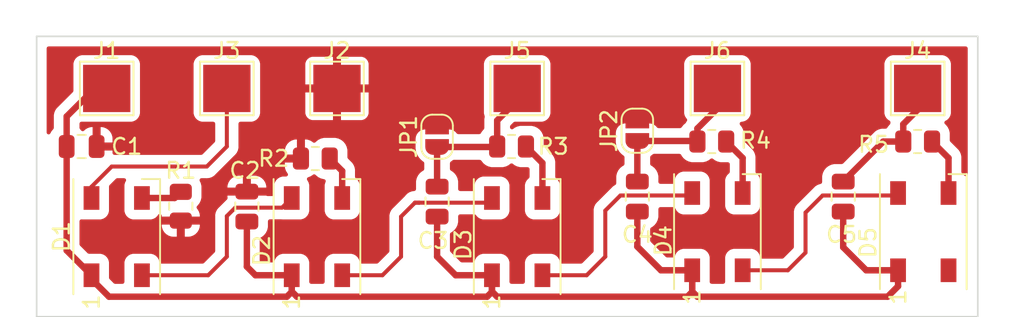
<source format=kicad_pcb>
(kicad_pcb (version 20211014) (generator pcbnew)
  (layers (0 "F.Cu" signal) (31 "B.Cu" signal) (34 "B.Paste" user) (35 "F.Paste" user) (36 "B.SilkS" user "B.Silkscreen") (37 "F.SilkS" user "F.Silkscreen") (38 "B.Mask" user) (39 "F.Mask" user) (44 "Edge.Cuts" user))
  (net 0 "")
  (net 1 "+5V")
  (net 2 "GND")
  (net 3 "Net-(C3-Pad2)")
  (net 4 "Net-(C4-Pad2)")
  (net 5 "Net-(C5-Pad2)")
  (net 6 "Net-(D1-Pad2)")
  (net 7 "Net-(D1-Pad3)")
  (net 8 "Net-(D1-Pad4)")
  (net 9 "Net-(D2-Pad2)")
  (net 10 "Net-(D2-Pad3)")
  (net 11 "Net-(D3-Pad2)")
  (net 12 "Net-(D3-Pad3)")
  (net 13 "Net-(D4-Pad2)")
  (net 14 "Net-(D4-Pad3)")
  (net 16 "Net-(D5-Pad3)")
  (footprint "Resistor_SMD:R_0805_2012Metric" (layer "F.Cu") (at 85.344 36.1715 -90)
    (fp_text reference "R1" (at -2.2625 0 180) (layer "F.SilkS"))
    (fp_text value "300")
    (fp_line (start -0.227064 0.735) (end 0.227064 0.735) (layer "F.SilkS") (width 0.12))
    (fp_line (start -0.227064 -0.735) (end 0.227064 -0.735) (layer "F.SilkS") (width 0.12))
    (pad "1" smd roundrect (at -0.9125 0 270) (size 1.025 1.4) (layers "F.Cu" "F.Paste" "F.Mask") (roundrect_rratio 0.243902439) (net 7 "Net-(D1-Pad3)"))
    (pad "2" smd roundrect (at 0.9125 0 270) (size 1.025 1.4) (layers "F.Cu" "F.Paste" "F.Mask") (roundrect_rratio 0.243902439) (net 2 "GND"))
  )
  (footprint "Capacitor_SMD:C_0805_2012Metric" (layer "F.Cu") (at 79.055 32.385)
    (fp_text reference "C1" (at 2.86 0) (layer "F.SilkS"))
    (fp_text value "100n")
    (fp_line (start -0.261252 -0.735) (end 0.261252 -0.735) (layer "F.SilkS") (width 0.12))
    (fp_line (start -0.261252 0.735) (end 0.261252 0.735) (layer "F.SilkS") (width 0.12))
    (pad "1" smd roundrect (at -0.95 0) (size 1 1.45) (layers "F.Cu" "F.Paste" "F.Mask") (net 1 "+5V"))
    (pad "2" smd roundrect (at 0.95 0) (size 1 1.45) (layers "F.Cu" "F.Paste" "F.Mask") (net 2 "GND"))
  )
  (footprint "TestPoint:TestPoint_Pad_3.0x3.0mm" (layer "F.Cu") (at 106.68 28.702)
    (fp_text reference "J5" (at 0 -2.398) (layer "F.SilkS"))
    (fp_text value "Conn_01x01_Male")
    (fp_line (start -1.7 -1.7) (end 1.7 -1.7) (layer "F.SilkS") (width 0.12))
    (fp_line (start -1.7 1.7) (end -1.7 -1.7) (layer "F.SilkS") (width 0.12))
    (fp_line (start 1.7 1.7) (end -1.7 1.7) (layer "F.SilkS") (width 0.12))
    (fp_line (start 1.7 -1.7) (end 1.7 1.7) (layer "F.SilkS") (width 0.12))
    (pad "1" smd rect (at 0 0) (size 3 3) (layers "F.Cu" "F.Mask") (net 3 "Net-(C3-Pad2)"))
  )
  (footprint "TestPoint:TestPoint_Pad_3.0x3.0mm" (layer "F.Cu") (at 88.265 28.702)
    (fp_text reference "J3" (at 0 -2.398) (layer "F.SilkS"))
    (fp_text value "Conn_01x01_Male")
    (fp_line (start -1.7 1.7) (end -1.7 -1.7) (layer "F.SilkS") (width 0.12))
    (fp_line (start 1.7 -1.7) (end 1.7 1.7) (layer "F.SilkS") (width 0.12))
    (fp_line (start 1.7 1.7) (end -1.7 1.7) (layer "F.SilkS") (width 0.12))
    (fp_line (start -1.7 -1.7) (end 1.7 -1.7) (layer "F.SilkS") (width 0.12))
    (pad "1" smd rect (at 0 0) (size 3 3) (layers "F.Cu" "F.Mask") (net 8 "Net-(D1-Pad4)"))
  )
  (footprint "Capacitor_SMD:C_0805_2012Metric" (layer "F.Cu") (at 127.3575 35.56 90)
    (fp_text reference "C5" (at -2.413 -0.1035 180) (layer "F.SilkS"))
    (fp_text value "100n")
    (fp_line (start -0.261252 0.735) (end 0.261252 0.735) (layer "F.SilkS") (width 0.12))
    (fp_line (start -0.261252 -0.735) (end 0.261252 -0.735) (layer "F.SilkS") (width 0.12))
    (pad "1" smd roundrect (at -0.95 0 90) (size 1 1.45) (layers "F.Cu" "F.Paste" "F.Mask") (net 1 "+5V"))
    (pad "2" smd roundrect (at 0.95 0 90) (size 1 1.45) (layers "F.Cu" "F.Paste" "F.Mask") (net 5 "Net-(C5-Pad2)"))
  )
  (footprint "Jumper:SolderJumper-2_P1.3mm_Open_RoundedPad1.0x1.5mm" (layer "F.Cu") (at 114.3 31.384 90)
    (fp_text reference "JP2" (at 0 -1.8 90) (layer "F.SilkS"))
    (fp_text value "SolderJumper_2_Open")
    (fp_line (start 0.7 1) (end -0.7 1) (layer "F.SilkS") (width 0.12))
    (fp_line (start 1.4 -0.3) (end 1.4 0.3) (layer "F.SilkS") (width 0.12))
    (fp_line (start -0.7 -1) (end 0.7 -1) (layer "F.SilkS") (width 0.12))
    (fp_line (start -1.4 0.3) (end -1.4 -0.3) (layer "F.SilkS") (width 0.12))
    (fp_arc (start -0.7 1) (mid -1.194975 0.794975) (end -1.4 0.3) (layer "F.SilkS") (width 0.12))
    (fp_arc (start 1.4 0.3) (mid 1.194975 0.794975) (end 0.7 1) (layer "F.SilkS") (width 0.12))
    (fp_arc (start -1.4 -0.3) (mid -1.194975 -0.794975) (end -0.7 -1) (layer "F.SilkS") (width 0.12))
    (fp_arc (start 0.7 -1) (mid 1.194975 -0.794975) (end 1.4 -0.3) (layer "F.SilkS") (width 0.12))
    (pad "1" smd custom (at -0.65 0 90) (size 1 0.5) (layers "F.Cu" "F.Mask") (net 4 "Net-(C4-Pad2)") (options (clearance outline) (anchor rect)) (primitives (gr_circle (center 0 0.25) (end 0.5 0.25) (width 0) (fill yes)) (gr_circle (center 0 -0.25) (end 0.5 -0.25) (width 0) (fill yes)) (gr_poly (pts (xy 0.5 0.75) (xy 0 0.75) (xy 0 -0.75) (xy 0.5 -0.75)) (width 0) (fill yes))))
    (pad "2" smd custom (at 0.65 0 90) (size 1 0.5) (layers "F.Cu" "F.Mask") (net 2 "GND") (options (clearance outline) (anchor rect)) (primitives (gr_circle (center 0 0.25) (end 0.5 0.25) (width 0) (fill yes)) (gr_circle (center 0 -0.25) (end 0.5 -0.25) (width 0) (fill yes)) (gr_poly (pts (xy 0 0.75) (xy -0.5 0.75) (xy -0.5 -0.75) (xy 0 -0.75)) (width 0) (fill yes))))
  )
  (footprint "Resistor_SMD:R_0805_2012Metric" (layer "F.Cu") (at 119.0225 32.07 180)
    (fp_text reference "R4" (at -2.7705 0.066) (layer "F.SilkS"))
    (fp_text value "300")
    (fp_line (start -0.227064 0.735) (end 0.227064 0.735) (layer "F.SilkS") (width 0.12))
    (fp_line (start -0.227064 -0.735) (end 0.227064 -0.735) (layer "F.SilkS") (width 0.12))
    (pad "1" smd roundrect (at -0.9125 0 180) (size 1.025 1.4) (layers "F.Cu" "F.Paste" "F.Mask") (roundrect_rratio 0.243902439) (net 14 "Net-(D4-Pad3)"))
    (pad "2" smd roundrect (at 0.9125 0 180) (size 1.025 1.4) (layers "F.Cu" "F.Paste" "F.Mask") (roundrect_rratio 0.243902439) (net 4 "Net-(C4-Pad2)"))
  )
  (footprint "TestPoint:TestPoint_Pad_3.0x3.0mm" (layer "F.Cu") (at 80.645 28.702)
    (fp_text reference "J1" (at 0 -2.398) (layer "F.SilkS"))
    (fp_text value "Conn_01x01_Male")
    (fp_line (start 1.7 1.7) (end -1.7 1.7) (layer "F.SilkS") (width 0.12))
    (fp_line (start 1.7 -1.7) (end 1.7 1.7) (layer "F.SilkS") (width 0.12))
    (fp_line (start -1.7 1.7) (end -1.7 -1.7) (layer "F.SilkS") (width 0.12))
    (fp_line (start -1.7 -1.7) (end 1.7 -1.7) (layer "F.SilkS") (width 0.12))
    (pad "1" smd rect (at 0 0) (size 3 3) (layers "F.Cu" "F.Mask") (net 1 "+5V"))
  )
  (footprint "TestPoint:TestPoint_Pad_3.0x3.0mm" (layer "F.Cu") (at 119.38 28.702)
    (fp_text reference "J6" (at 0 -2.398) (layer "F.SilkS"))
    (fp_text value "Conn_01x01_Male")
    (fp_line (start 1.7 1.7) (end -1.7 1.7) (layer "F.SilkS") (width 0.12))
    (fp_line (start -1.7 -1.7) (end 1.7 -1.7) (layer "F.SilkS") (width 0.12))
    (fp_line (start -1.7 1.7) (end -1.7 -1.7) (layer "F.SilkS") (width 0.12))
    (fp_line (start 1.7 -1.7) (end 1.7 1.7) (layer "F.SilkS") (width 0.12))
    (pad "1" smd rect (at 0 0) (size 3 3) (layers "F.Cu" "F.Mask") (net 4 "Net-(C4-Pad2)"))
  )
  (footprint "LED_SMD:LED_WS2812B_PLCC4_5.0x5.0mm_P3.2mm" (layer "F.Cu") (at 119.38 37.785 90)
    (fp_text reference "D4" (at -0.569 -3.429 90) (layer "F.SilkS"))
    (fp_text value "WS2812B")
    (fp_text user "1" (at -4.15 -1.6 90) (layer "F.SilkS"))
    (fp_line (start -3.65 2.75) (end 3.65 2.75) (layer "F.SilkS") (width 0.12))
    (fp_line (start 3.65 2.75) (end 3.65 1.6) (layer "F.SilkS") (width 0.12))
    (fp_line (start -3.65 -2.75) (end 3.65 -2.75) (layer "F.SilkS") (width 0.12))
    (pad "1" smd rect (at -2.45 -1.6 90) (size 1.5 1) (layers "F.Cu" "F.Paste" "F.Mask") (net 1 "+5V"))
    (pad "2" smd rect (at -2.45 1.6 90) (size 1.5 1) (layers "F.Cu" "F.Paste" "F.Mask") (net 13 "Net-(D4-Pad2)"))
    (pad "3" smd rect (at 2.45 1.6 90) (size 1.5 1) (layers "F.Cu" "F.Paste" "F.Mask") (net 14 "Net-(D4-Pad3)"))
    (pad "4" smd rect (at 2.45 -1.6 90) (size 1.5 1) (layers "F.Cu" "F.Paste" "F.Mask") (net 11 "Net-(D3-Pad2)"))
  )
  (footprint "LED_SMD:LED_WS2812B_PLCC4_5.0x5.0mm_P3.2mm" (layer "F.Cu") (at 132.4375 37.785 90)
    (fp_text reference "D5" (at -0.696 -3.5 90) (layer "F.SilkS"))
    (fp_text value "WS2812B")
    (fp_text user "1" (at -4.15 -1.6 90) (layer "F.SilkS"))
    (fp_line (start 3.65 2.75) (end 3.65 1.6) (layer "F.SilkS") (width 0.12))
    (fp_line (start -3.65 -2.75) (end 3.65 -2.75) (layer "F.SilkS") (width 0.12))
    (fp_line (start -3.65 2.75) (end 3.65 2.75) (layer "F.SilkS") (width 0.12))
    (pad "1" smd rect (at -2.45 -1.6 90) (size 1.5 1) (layers "F.Cu" "F.Paste" "F.Mask") (net 1 "+5V"))
    (pad "2" smd rect (at -2.45 1.6 90) (size 1.5 1) (layers "F.Cu" "F.Paste" "F.Mask"))
    (pad "3" smd rect (at 2.45 1.6 90) (size 1.5 1) (layers "F.Cu" "F.Paste" "F.Mask") (net 16 "Net-(D5-Pad3)"))
    (pad "4" smd rect (at 2.45 -1.6 90) (size 1.5 1) (layers "F.Cu" "F.Paste" "F.Mask") (net 13 "Net-(D4-Pad2)"))
  )
  (footprint "Resistor_SMD:R_0805_2012Metric" (layer "F.Cu") (at 106.3225 32.385 180)
    (fp_text reference "R3" (at -2.6435 0) (layer "F.SilkS"))
    (fp_text value "300")
    (fp_line (start -0.227064 0.735) (end 0.227064 0.735) (layer "F.SilkS") (width 0.12))
    (fp_line (start -0.227064 -0.735) (end 0.227064 -0.735) (layer "F.SilkS") (width 0.12))
    (pad "1" smd roundrect (at -0.9125 0 180) (size 1.025 1.4) (layers "F.Cu" "F.Paste" "F.Mask") (roundrect_rratio 0.243902439) (net 12 "Net-(D3-Pad3)"))
    (pad "2" smd roundrect (at 0.9125 0 180) (size 1.025 1.4) (layers "F.Cu" "F.Paste" "F.Mask") (roundrect_rratio 0.243902439) (net 3 "Net-(C3-Pad2)"))
  )
  (footprint "TestPoint:TestPoint_Pad_3.0x3.0mm" (layer "F.Cu") (at 132.08 28.702)
    (fp_text reference "J4" (at 0 -2.398) (layer "F.SilkS"))
    (fp_text value "Conn_01x01_Male")
    (fp_line (start 1.7 -1.7) (end 1.7 1.7) (layer "F.SilkS") (width 0.12))
    (fp_line (start 1.7 1.7) (end -1.7 1.7) (layer "F.SilkS") (width 0.12))
    (fp_line (start -1.7 -1.7) (end 1.7 -1.7) (layer "F.SilkS") (width 0.12))
    (fp_line (start -1.7 1.7) (end -1.7 -1.7) (layer "F.SilkS") (width 0.12))
    (pad "1" smd rect (at 0 0) (size 3 3) (layers "F.Cu" "F.Mask") (net 5 "Net-(C5-Pad2)"))
  )
  (footprint "Capacitor_SMD:C_0805_2012Metric" (layer "F.Cu") (at 89.535 36.195 90)
    (fp_text reference "C2" (at 2.286 -0.127 180) (layer "F.SilkS"))
    (fp_text value "100n")
    (fp_line (start -0.261252 0.735) (end 0.261252 0.735) (layer "F.SilkS") (width 0.12))
    (fp_line (start -0.261252 -0.735) (end 0.261252 -0.735) (layer "F.SilkS") (width 0.12))
    (pad "1" smd roundrect (at -0.95 0 90) (size 1 1.45) (layers "F.Cu" "F.Paste" "F.Mask") (net 1 "+5V"))
    (pad "2" smd roundrect (at 0.95 0 90) (size 1 1.45) (layers "F.Cu" "F.Paste" "F.Mask") (net 2 "GND"))
  )
  (footprint "TestPoint:TestPoint_Pad_3.0x3.0mm" (layer "F.Cu") (at 95.25 28.702)
    (fp_text reference "J2" (at 0 -2.398) (layer "F.SilkS"))
    (fp_text value "Conn_01x01_Male")
    (fp_line (start 1.7 1.7) (end -1.7 1.7) (layer "F.SilkS") (width 0.12))
    (fp_line (start -1.7 1.7) (end -1.7 -1.7) (layer "F.SilkS") (width 0.12))
    (fp_line (start 1.7 -1.7) (end 1.7 1.7) (layer "F.SilkS") (width 0.12))
    (fp_line (start -1.7 -1.7) (end 1.7 -1.7) (layer "F.SilkS") (width 0.12))
    (pad "1" smd rect (at 0 0) (size 3 3) (layers "F.Cu" "F.Mask") (net 2 "GND"))
  )
  (footprint "LED_SMD:LED_WS2812B_PLCC4_5.0x5.0mm_P3.2mm" (layer "F.Cu") (at 81.28 38.1 90)
    (fp_text reference "D1" (at 0 -3.5 90) (layer "F.SilkS"))
    (fp_text value "WS2812B")
    (fp_text user "1" (at -4.15 -1.6 90) (layer "F.SilkS"))
    (fp_line (start -3.65 -2.75) (end 3.65 -2.75) (layer "F.SilkS") (width 0.12))
    (fp_line (start 3.65 2.75) (end 3.65 1.6) (layer "F.SilkS") (width 0.12))
    (fp_line (start -3.65 2.75) (end 3.65 2.75) (layer "F.SilkS") (width 0.12))
    (pad "1" smd rect (at -2.45 -1.6 90) (size 1.5 1) (layers "F.Cu" "F.Paste" "F.Mask") (net 1 "+5V"))
    (pad "2" smd rect (at -2.45 1.6 90) (size 1.5 1) (layers "F.Cu" "F.Paste" "F.Mask") (net 6 "Net-(D1-Pad2)"))
    (pad "3" smd rect (at 2.45 1.6 90) (size 1.5 1) (layers "F.Cu" "F.Paste" "F.Mask") (net 7 "Net-(D1-Pad3)"))
    (pad "4" smd rect (at 2.45 -1.6 90) (size 1.5 1) (layers "F.Cu" "F.Paste" "F.Mask") (net 8 "Net-(D1-Pad4)"))
  )
  (footprint "Jumper:SolderJumper-2_P1.3mm_Open_RoundedPad1.0x1.5mm" (layer "F.Cu") (at 101.6 31.765 90)
    (fp_text reference "JP1" (at 0 -1.8 90) (layer "F.SilkS"))
    (fp_text value "SolderJumper_2_Open")
    (fp_line (start 1.4 -0.3) (end 1.4 0.3) (layer "F.SilkS") (width 0.12))
    (fp_line (start -1.4 0.3) (end -1.4 -0.3) (layer "F.SilkS") (width 0.12))
    (fp_line (start -0.7 -1) (end 0.7 -1) (layer "F.SilkS") (width 0.12))
    (fp_line (start 0.7 1) (end -0.7 1) (layer "F.SilkS") (width 0.12))
    (fp_arc (start 1.4 0.3) (mid 1.194975 0.794975) (end 0.7 1) (layer "F.SilkS") (width 0.12))
    (fp_arc (start 0.7 -1) (mid 1.194975 -0.794975) (end 1.4 -0.3) (layer "F.SilkS") (width 0.12))
    (fp_arc (start -1.4 -0.3) (mid -1.194975 -0.794975) (end -0.7 -1) (layer "F.SilkS") (width 0.12))
    (fp_arc (start -0.7 1) (mid -1.194975 0.794975) (end -1.4 0.3) (layer "F.SilkS") (width 0.12))
    (pad "1" smd custom (at -0.65 0 90) (size 1 0.5) (layers "F.Cu" "F.Mask") (net 3 "Net-(C3-Pad2)") (options (clearance outline) (anchor rect)) (primitives (gr_circle (center 0 0.25) (end 0.5 0.25) (width 0) (fill yes)) (gr_circle (center 0 -0.25) (end 0.5 -0.25) (width 0) (fill yes)) (gr_poly (pts (xy 0.5 0.75) (xy 0 0.75) (xy 0 -0.75) (xy 0.5 -0.75)) (width 0) (fill yes))))
    (pad "2" smd custom (at 0.65 0 90) (size 1 0.5) (layers "F.Cu" "F.Mask") (net 2 "GND") (options (clearance outline) (anchor rect)) (primitives (gr_circle (center 0 0.25) (end 0.5 0.25) (width 0) (fill yes)) (gr_circle (center 0 -0.25) (end 0.5 -0.25) (width 0) (fill yes)) (gr_poly (pts (xy 0 0.75) (xy -0.5 0.75) (xy -0.5 -0.75) (xy 0 -0.75)) (width 0) (fill yes))))
  )
  (footprint "LED_SMD:LED_WS2812B_PLCC4_5.0x5.0mm_P3.2mm" (layer "F.Cu") (at 106.68 38.1 90)
    (fp_text reference "D3" (at -0.508 -3.429 90) (layer "F.SilkS"))
    (fp_text value "WS2812B")
    (fp_text user "1" (at -4.15 -1.6 90) (layer "F.SilkS"))
    (fp_line (start 3.65 2.75) (end 3.65 1.6) (layer "F.SilkS") (width 0.12))
    (fp_line (start -3.65 2.75) (end 3.65 2.75) (layer "F.SilkS") (width 0.12))
    (fp_line (start -3.65 -2.75) (end 3.65 -2.75) (layer "F.SilkS") (width 0.12))
    (pad "1" smd rect (at -2.45 -1.6 90) (size 1.5 1) (layers "F.Cu" "F.Paste" "F.Mask") (net 1 "+5V"))
    (pad "2" smd rect (at -2.45 1.6 90) (size 1.5 1) (layers "F.Cu" "F.Paste" "F.Mask") (net 11 "Net-(D3-Pad2)"))
    (pad "3" smd rect (at 2.45 1.6 90) (size 1.5 1) (layers "F.Cu" "F.Paste" "F.Mask") (net 12 "Net-(D3-Pad3)"))
    (pad "4" smd rect (at 2.45 -1.6 90) (size 1.5 1) (layers "F.Cu" "F.Paste" "F.Mask") (net 9 "Net-(D2-Pad2)"))
  )
  (footprint "Resistor_SMD:R_0805_2012Metric" (layer "F.Cu") (at 132.08 32.07 180)
    (fp_text reference "R5" (at 2.794 -0.188) (layer "F.SilkS"))
    (fp_text value "300")
    (fp_line (start -0.227064 0.735) (end 0.227064 0.735) (layer "F.SilkS") (width 0.12))
    (fp_line (start -0.227064 -0.735) (end 0.227064 -0.735) (layer "F.SilkS") (width 0.12))
    (pad "1" smd roundrect (at -0.9125 0 180) (size 1.025 1.4) (layers "F.Cu" "F.Paste" "F.Mask") (roundrect_rratio 0.243902439) (net 16 "Net-(D5-Pad3)"))
    (pad "2" smd roundrect (at 0.9125 0 180) (size 1.025 1.4) (layers "F.Cu" "F.Paste" "F.Mask") (roundrect_rratio 0.243902439) (net 5 "Net-(C5-Pad2)"))
  )
  (footprint "LED_SMD:LED_WS2812B_PLCC4_5.0x5.0mm_P3.2mm" (layer "F.Cu") (at 93.98 38.1 90)
    (fp_text reference "D2" (at -0.889 -3.5 90) (layer "F.SilkS"))
    (fp_text value "WS2812B")
    (fp_text user "1" (at -4.15 -1.6 90) (layer "F.SilkS"))
    (fp_line (start 3.65 2.75) (end 3.65 1.6) (layer "F.SilkS") (width 0.12))
    (fp_line (start -3.65 -2.75) (end 3.65 -2.75) (layer "F.SilkS") (width 0.12))
    (fp_line (start -3.65 2.75) (end 3.65 2.75) (layer "F.SilkS") (width 0.12))
    (pad "1" smd rect (at -2.45 -1.6 90) (size 1.5 1) (layers "F.Cu" "F.Paste" "F.Mask") (net 1 "+5V"))
    (pad "2" smd rect (at -2.45 1.6 90) (size 1.5 1) (layers "F.Cu" "F.Paste" "F.Mask") (net 9 "Net-(D2-Pad2)"))
    (pad "3" smd rect (at 2.45 1.6 90) (size 1.5 1) (layers "F.Cu" "F.Paste" "F.Mask") (net 10 "Net-(D2-Pad3)"))
    (pad "4" smd rect (at 2.45 -1.6 90) (size 1.5 1) (layers "F.Cu" "F.Paste" "F.Mask") (net 6 "Net-(D1-Pad2)"))
  )
  (footprint "Resistor_SMD:R_0805_2012Metric" (layer "F.Cu") (at 93.8765 33.147 180)
    (fp_text reference "R2" (at 2.6395 0) (layer "F.SilkS"))
    (fp_text value "300")
    (fp_line (start -0.227064 -0.735) (end 0.227064 -0.735) (layer "F.SilkS") (width 0.12))
    (fp_line (start -0.227064 0.735) (end 0.227064 0.735) (layer "F.SilkS") (width 0.12))
    (pad "1" smd roundrect (at -0.9125 0 180) (size 1.025 1.4) (layers "F.Cu" "F.Paste" "F.Mask") (roundrect_rratio 0.243902439) (net 10 "Net-(D2-Pad3)"))
    (pad "2" smd roundrect (at 0.9125 0 180) (size 1.025 1.4) (layers "F.Cu" "F.Paste" "F.Mask") (roundrect_rratio 0.243902439) (net 2 "GND"))
  )
  (footprint "Capacitor_SMD:C_0805_2012Metric" (layer "F.Cu") (at 114.3 35.56 90)
    (fp_text reference "C4" (at -2.413 0 180) (layer "F.SilkS"))
    (fp_text value "100n")
    (fp_line (start -0.261252 0.735) (end 0.261252 0.735) (layer "F.SilkS") (width 0.12))
    (fp_line (start -0.261252 -0.735) (end 0.261252 -0.735) (layer "F.SilkS") (width 0.12))
    (pad "1" smd roundrect (at -0.95 0 90) (size 1 1.45) (layers "F.Cu" "F.Paste" "F.Mask") (net 1 "+5V"))
    (pad "2" smd roundrect (at 0.95 0 90) (size 1 1.45) (layers "F.Cu" "F.Paste" "F.Mask") (net 4 "Net-(C4-Pad2)"))
  )
  (footprint "Capacitor_SMD:C_0805_2012Metric" (layer "F.Cu") (at 101.6 35.88 90)
    (fp_text reference "C3" (at -2.474 -0.254 180) (layer "F.SilkS"))
    (fp_text value "100n")
    (fp_line (start -0.261252 0.735) (end 0.261252 0.735) (layer "F.SilkS") (width 0.12))
    (fp_line (start -0.261252 -0.735) (end 0.261252 -0.735) (layer "F.SilkS") (width 0.12))
    (pad "1" smd roundrect (at -0.95 0 90) (size 1 1.45) (layers "F.Cu" "F.Paste" "F.Mask") (net 1 "+5V"))
    (pad "2" smd roundrect (at 0.95 0 90) (size 1 1.45) (layers "F.Cu" "F.Paste" "F.Mask") (net 3 "Net-(C3-Pad2)"))
  )
  (gr_line (start 76.2 43.18) (end 76.2 25.4) (layer "Edge.Cuts") (width 0.1))
  (gr_line (start 135.89 43.18) (end 76.2 43.18) (layer "Edge.Cuts") (width 0.1))
  (gr_line (start 135.89 25.4) (end 135.89 43.18) (layer "Edge.Cuts") (width 0.1))
  (gr_line (start 76.2 25.4) (end 135.89 25.4) (layer "Edge.Cuts") (width 0.1))
  (segment (start 78.105 30.48) (end 80.645 27.94) (width 0.4064) (layer "F.Cu") (net 1))
  (segment (start 105.08 40.55) (end 102.78 40.55) (width 0.4064) (layer "F.Cu") (net 1))
  (segment (start 117.78 40.235) (end 117.78 41.58) (width 0.4064) (layer "F.Cu") (net 1))
  (segment (start 78.105 38.975) (end 79.68 40.55) (width 0.4064) (layer "F.Cu") (net 1))
  (segment (start 92.71 41.91) (end 104.775 41.91) (width 0.4064) (layer "F.Cu") (net 1))
  (segment (start 128.8175 40.235) (end 127.3575 38.775) (width 0.4064) (layer "F.Cu") (net 1))
  (segment (start 90.08 40.55) (end 89.535 40.005) (width 0.4064) (layer "F.Cu") (net 1))
  (segment (start 78.105 32.385) (end 78.105 30.48) (width 0.4064) (layer "F.Cu") (net 1))
  (segment (start 130.8375 41.2475) (end 130.8375 40.235) (width 0.4064) (layer "F.Cu") (net 1))
  (segment (start 92.38 41.58) (end 92.71 41.91) (width 0.4064) (layer "F.Cu") (net 1))
  (segment (start 105.41 41.91) (end 117.475 41.91) (width 0.4064) (layer "F.Cu") (net 1))
  (segment (start 78.105 32.385) (end 78.105 38.975) (width 0.4064) (layer "F.Cu") (net 1))
  (segment (start 105.08 41.605) (end 105.08 40.55) (width 0.4064) (layer "F.Cu") (net 1))
  (segment (start 118.11 41.91) (end 130.175 41.91) (width 0.4064) (layer "F.Cu") (net 1))
  (segment (start 104.775 41.91) (end 105.08 41.605) (width 0.4064) (layer "F.Cu") (net 1))
  (segment (start 92.075 41.91) (end 92.38 41.605) (width 0.4064) (layer "F.Cu") (net 1))
  (segment (start 117.475 41.91) (end 117.78 41.605) (width 0.4064) (layer "F.Cu") (net 1))
  (segment (start 92.38 40.55) (end 92.38 41.58) (width 0.4064) (layer "F.Cu") (net 1))
  (segment (start 79.68 40.8) (end 80.79 41.91) (width 0.4064) (layer "F.Cu") (net 1))
  (segment (start 80.79 41.91) (end 92.075 41.91) (width 0.4064) (layer "F.Cu") (net 1))
  (segment (start 130.175 41.91) (end 130.8375 41.2475) (width 0.4064) (layer "F.Cu") (net 1))
  (segment (start 130.8375 40.235) (end 128.8175 40.235) (width 0.4064) (layer "F.Cu") (net 1))
  (segment (start 101.6 39.37) (end 101.6 36.83) (width 0.4064) (layer "F.Cu") (net 1))
  (segment (start 117.78 41.605) (end 117.78 40.235) (width 0.4064) (layer "F.Cu") (net 1))
  (segment (start 102.78 40.55) (end 101.6 39.37) (width 0.4064) (layer "F.Cu") (net 1))
  (segment (start 114.3 38.735) (end 114.3 36.51) (width 0.4064) (layer "F.Cu") (net 1))
  (segment (start 105.08 40.55) (end 105.08 41.58) (width 0.4064) (layer "F.Cu") (net 1))
  (segment (start 92.38 40.55) (end 90.08 40.55) (width 0.4064) (layer "F.Cu") (net 1))
  (segment (start 79.68 40.55) (end 79.68 40.8) (width 0.4064) (layer "F.Cu") (net 1))
  (segment (start 127.3575 38.775) (end 127.3575 36.51) (width 0.4064) (layer "F.Cu") (net 1))
  (segment (start 92.38 41.605) (end 92.38 40.55) (width 0.4064) (layer "F.Cu") (net 1))
  (segment (start 117.78 40.235) (end 115.8 40.235) (width 0.4064) (layer "F.Cu") (net 1))
  (segment (start 117.78 41.58) (end 118.11 41.91) (width 0.4064) (layer "F.Cu") (net 1))
  (segment (start 89.535 40.005) (end 89.535 37.145) (width 0.4064) (layer "F.Cu") (net 1))
  (segment (start 105.08 41.58) (end 105.41 41.91) (width 0.4064) (layer "F.Cu") (net 1))
  (segment (start 115.8 40.235) (end 114.3 38.735) (width 0.4064) (layer "F.Cu") (net 1))
  (segment (start 105.38 32.415) (end 105.41 32.385) (width 0.4064) (layer "F.Cu") (net 3))
  (segment (start 101.6 32.415) (end 105.38 32.415) (width 0.4064) (layer "F.Cu") (net 3))
  (segment (start 105.41 32.385) (end 105.41 30.734) (width 0.4064) (layer "F.Cu") (net 3))
  (segment (start 101.6 34.93) (end 101.6 32.415) (width 0.4064) (layer "F.Cu") (net 3))
  (segment (start 105.41 30.734) (end 106.68 29.464) (width 0.4064) (layer "F.Cu") (net 3))
  (segment (start 106.68 29.464) (end 106.68 27.94) (width 0.4064) (layer "F.Cu") (net 3))
  (segment (start 118.11 32.07) (end 118.11 31.242) (width 0.4064) (layer "F.Cu") (net 4))
  (segment (start 119.38 29.972) (end 119.38 27.94) (width 0.4064) (layer "F.Cu") (net 4))
  (segment (start 114.3 34.61) (end 114.3 32.034) (width 0.4064) (layer "F.Cu") (net 4))
  (segment (start 118.11 31.242) (end 119.38 29.972) (width 0.4064) (layer "F.Cu") (net 4))
  (segment (start 114.3 32.034) (end 118.074 32.034) (width 0.4064) (layer "F.Cu") (net 4))
  (segment (start 118.074 32.034) (end 118.11 32.07) (width 0.4064) (layer "F.Cu") (net 4))
  (segment (start 127.3575 34.61) (end 129.8975 32.07) (width 0.4064) (layer "F.Cu") (net 5))
  (segment (start 129.8975 32.07) (end 131.1675 32.07) (width 0.4064) (layer "F.Cu") (net 5))
  (segment (start 132.08 30.05675) (end 132.08 27.94) (width 0.4064) (layer "F.Cu") (net 5))
  (segment (start 131.1675 30.96925) (end 132.08 30.05675) (width 0.4064) (layer "F.Cu") (net 5))
  (segment (start 131.1675 32.07) (end 131.1675 30.96925) (width 0.4064) (layer "F.Cu") (net 5))
  (segment (start 88.265 39.37) (end 88.265 36.797631) (width 0.254) (layer "F.Cu") (net 6))
  (segment (start 91.766 36.264) (end 92.38 35.65) (width 0.254) (layer "F.Cu") (net 6))
  (segment (start 82.88 40.55) (end 87.085 40.55) (width 0.254) (layer "F.Cu") (net 6))
  (segment (start 87.085 40.55) (end 88.265 39.37) (width 0.254) (layer "F.Cu") (net 6))
  (segment (start 88.265 36.797631) (end 88.798631 36.264) (width 0.254) (layer "F.Cu") (net 6))
  (segment (start 88.798631 36.264) (end 91.766 36.264) (width 0.254) (layer "F.Cu") (net 6))
  (segment (start 84.953 35.65) (end 85.344 35.259) (width 0.4064) (layer "F.Cu") (net 7))
  (segment (start 82.88 35.65) (end 84.953 35.65) (width 0.4064) (layer "F.Cu") (net 7))
  (segment (start 80.9625 33.655) (end 79.68 34.9375) (width 0.254) (layer "F.Cu") (net 8))
  (segment (start 79.68 34.9375) (end 79.68 35.65) (width 0.254) (layer "F.Cu") (net 8))
  (segment (start 88.265 32.385) (end 86.995 33.655) (width 0.254) (layer "F.Cu") (net 8))
  (segment (start 86.995 33.655) (end 80.9625 33.655) (width 0.254) (layer "F.Cu") (net 8))
  (segment (start 88.265 27.94) (end 88.265 32.385) (width 0.254) (layer "F.Cu") (net 8))
  (segment (start 100.181 35.949) (end 100.465 35.949) (width 0.254) (layer "F.Cu") (net 9))
  (segment (start 98.134 40.55) (end 99.314 39.37) (width 0.254) (layer "F.Cu") (net 9))
  (segment (start 100.195 35.949) (end 100.465 35.949) (width 0.254) (layer "F.Cu") (net 9))
  (segment (start 100.465 35.949) (end 104.781 35.949) (width 0.254) (layer "F.Cu") (net 9))
  (segment (start 99.314 36.83) (end 100.195 35.949) (width 0.254) (layer "F.Cu") (net 9))
  (segment (start 99.314 39.37) (end 99.314 36.83) (width 0.254) (layer "F.Cu") (net 9))
  (segment (start 95.58 40.55) (end 98.134 40.55) (width 0.254) (layer "F.Cu") (net 9))
  (segment (start 104.781 35.949) (end 105.08 35.65) (width 0.254) (layer "F.Cu") (net 9))
  (segment (start 95.58 35.65) (end 95.58 33.938) (width 0.4064) (layer "F.Cu") (net 10))
  (segment (start 95.58 33.938) (end 94.789 33.147) (width 0.4064) (layer "F.Cu") (net 10))
  (segment (start 111.088 40.55) (end 108.28 40.55) (width 0.254) (layer "F.Cu") (net 11))
  (segment (start 112.268 39.37) (end 111.088 40.55) (width 0.254) (layer "F.Cu") (net 11))
  (segment (start 113.226 35.491) (end 112.268 36.449) (width 0.254) (layer "F.Cu") (net 11))
  (segment (start 112.268 36.449) (end 112.268 39.37) (width 0.254) (layer "F.Cu") (net 11))
  (segment (start 117.78 35.335) (end 117.624 35.491) (width 0.254) (layer "F.Cu") (net 11))
  (segment (start 117.624 35.491) (end 113.226 35.491) (width 0.254) (layer "F.Cu") (net 11))
  (segment (start 108.28 33.43) (end 107.235 32.385) (width 0.4064) (layer "F.Cu") (net 12))
  (segment (start 108.28 35.65) (end 108.28 33.43) (width 0.4064) (layer "F.Cu") (net 12))
  (segment (start 126.053 35.491) (end 130.6815 35.491) (width 0.254) (layer "F.Cu") (net 13))
  (segment (start 130.6815 35.491) (end 130.8375 35.335) (width 0.254) (layer "F.Cu") (net 13))
  (segment (start 124.968 36.576) (end 126.053 35.491) (width 0.254) (layer "F.Cu") (net 13))
  (segment (start 124.968 39.116) (end 124.968 36.576) (width 0.254) (layer "F.Cu") (net 13))
  (segment (start 123.849 40.235) (end 124.968 39.116) (width 0.254) (layer "F.Cu") (net 13))
  (segment (start 120.98 40.235) (end 123.849 40.235) (width 0.254) (layer "F.Cu") (net 13))
  (segment (start 120.98 33.115) (end 119.935 32.07) (width 0.4064) (layer "F.Cu") (net 14))
  (segment (start 120.98 35.335) (end 120.98 33.115) (width 0.4064) (layer "F.Cu") (net 14))
  (segment (start 134.0375 35.335) (end 134.0375 33.115) (width 0.4064) (layer "F.Cu") (net 16))
  (segment (start 134.0375 33.115) (end 132.9925 32.07) (width 0.4064) (layer "F.Cu") (net 16))
  (zone (net 2) (net_name "GND") (layer "F.Cu") (connect_pads (clearance 0.6096)) (min_thickness 0.254) (fill yes (thermal_gap 0.508) (thermal_bridge_width 0.508))
    (polygon (pts (xy 135.255 42.545) (xy 76.835 42.545) (xy 76.835 26.035) (xy 135.255 26.035)))
  )
)
</source>
